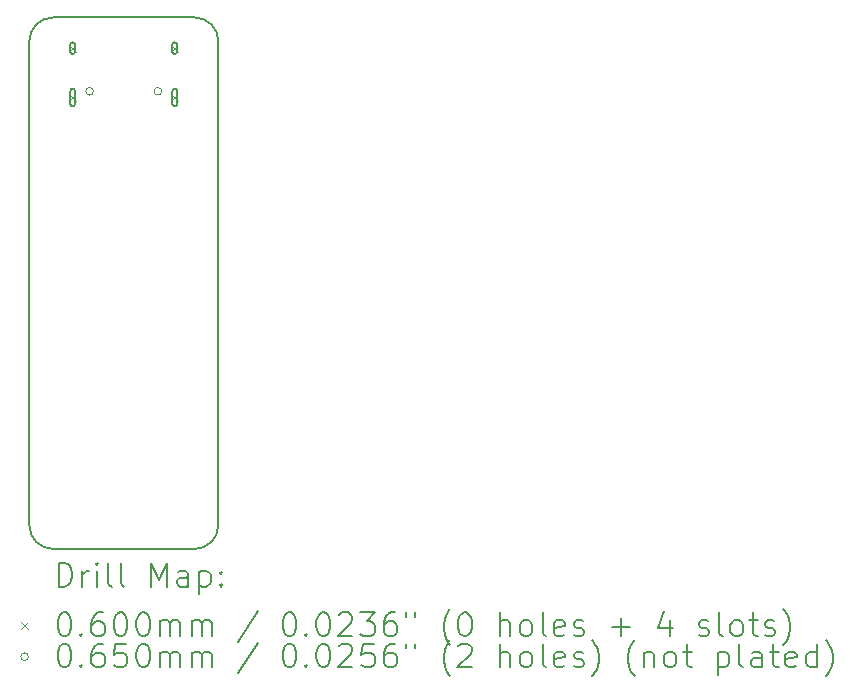
<source format=gbr>
%FSLAX45Y45*%
G04 Gerber Fmt 4.5, Leading zero omitted, Abs format (unit mm)*
G04 Created by KiCad (PCBNEW (5.99.0-13283-gf5fc9fa11f)) date 2021-11-15 23:56:03*
%MOMM*%
%LPD*%
G01*
G04 APERTURE LIST*
%TA.AperFunction,Profile*%
%ADD10C,0.150000*%
%TD*%
%ADD11C,0.200000*%
%ADD12C,0.060000*%
%ADD13C,0.065000*%
G04 APERTURE END LIST*
D10*
X1400000Y0D02*
X200000Y0D01*
X0Y200000D02*
X0Y4300000D01*
X1400000Y4500000D02*
X200000Y4500000D01*
X1600000Y200000D02*
X1600000Y4300000D01*
X200000Y4500000D02*
G75*
G03*
X0Y4300000I0J-200000D01*
G01*
X1600000Y4300000D02*
G75*
G03*
X1400000Y4500000I-200000J0D01*
G01*
X0Y200000D02*
G75*
G03*
X200000Y0I200000J0D01*
G01*
X1400000Y0D02*
G75*
G03*
X1600000Y200000I0J200000D01*
G01*
D11*
D12*
X338000Y4270000D02*
X398000Y4210000D01*
X398000Y4270000D02*
X338000Y4210000D01*
D11*
X388000Y4210000D02*
X388000Y4270000D01*
X348000Y4210000D02*
X348000Y4270000D01*
X388000Y4270000D02*
G75*
G03*
X348000Y4270000I-20000J0D01*
G01*
X348000Y4210000D02*
G75*
G03*
X388000Y4210000I20000J0D01*
G01*
D12*
X338000Y3852000D02*
X398000Y3792000D01*
X398000Y3852000D02*
X338000Y3792000D01*
D11*
X388000Y3767000D02*
X388000Y3877000D01*
X348000Y3767000D02*
X348000Y3877000D01*
X388000Y3877000D02*
G75*
G03*
X348000Y3877000I-20000J0D01*
G01*
X348000Y3767000D02*
G75*
G03*
X388000Y3767000I20000J0D01*
G01*
D12*
X1202000Y4270000D02*
X1262000Y4210000D01*
X1262000Y4270000D02*
X1202000Y4210000D01*
D11*
X1252000Y4210000D02*
X1252000Y4270000D01*
X1212000Y4210000D02*
X1212000Y4270000D01*
X1252000Y4270000D02*
G75*
G03*
X1212000Y4270000I-20000J0D01*
G01*
X1212000Y4210000D02*
G75*
G03*
X1252000Y4210000I20000J0D01*
G01*
D12*
X1202000Y3852000D02*
X1262000Y3792000D01*
X1262000Y3852000D02*
X1202000Y3792000D01*
D11*
X1252000Y3767000D02*
X1252000Y3877000D01*
X1212000Y3767000D02*
X1212000Y3877000D01*
X1252000Y3877000D02*
G75*
G03*
X1212000Y3877000I-20000J0D01*
G01*
X1212000Y3767000D02*
G75*
G03*
X1252000Y3767000I20000J0D01*
G01*
D13*
X543500Y3875000D02*
G75*
G03*
X543500Y3875000I-32500J0D01*
G01*
X1121500Y3875000D02*
G75*
G03*
X1121500Y3875000I-32500J0D01*
G01*
D11*
X250119Y-317976D02*
X250119Y-117976D01*
X297738Y-117976D01*
X326310Y-127500D01*
X345357Y-146548D01*
X354881Y-165595D01*
X364405Y-203690D01*
X364405Y-232262D01*
X354881Y-270357D01*
X345357Y-289405D01*
X326310Y-308452D01*
X297738Y-317976D01*
X250119Y-317976D01*
X450119Y-317976D02*
X450119Y-184643D01*
X450119Y-222738D02*
X459643Y-203690D01*
X469167Y-194167D01*
X488214Y-184643D01*
X507262Y-184643D01*
X573929Y-317976D02*
X573929Y-184643D01*
X573929Y-117976D02*
X564405Y-127500D01*
X573929Y-137024D01*
X583452Y-127500D01*
X573929Y-117976D01*
X573929Y-137024D01*
X697738Y-317976D02*
X678690Y-308452D01*
X669167Y-289405D01*
X669167Y-117976D01*
X802500Y-317976D02*
X783452Y-308452D01*
X773928Y-289405D01*
X773928Y-117976D01*
X1031071Y-317976D02*
X1031071Y-117976D01*
X1097738Y-260833D01*
X1164405Y-117976D01*
X1164405Y-317976D01*
X1345357Y-317976D02*
X1345357Y-213214D01*
X1335833Y-194167D01*
X1316786Y-184643D01*
X1278690Y-184643D01*
X1259643Y-194167D01*
X1345357Y-308452D02*
X1326310Y-317976D01*
X1278690Y-317976D01*
X1259643Y-308452D01*
X1250119Y-289405D01*
X1250119Y-270357D01*
X1259643Y-251309D01*
X1278690Y-241786D01*
X1326310Y-241786D01*
X1345357Y-232262D01*
X1440595Y-184643D02*
X1440595Y-384643D01*
X1440595Y-194167D02*
X1459643Y-184643D01*
X1497738Y-184643D01*
X1516786Y-194167D01*
X1526309Y-203690D01*
X1535833Y-222738D01*
X1535833Y-279881D01*
X1526309Y-298929D01*
X1516786Y-308452D01*
X1497738Y-317976D01*
X1459643Y-317976D01*
X1440595Y-308452D01*
X1621548Y-298929D02*
X1631071Y-308452D01*
X1621548Y-317976D01*
X1612024Y-308452D01*
X1621548Y-298929D01*
X1621548Y-317976D01*
X1621548Y-194167D02*
X1631071Y-203690D01*
X1621548Y-213214D01*
X1612024Y-203690D01*
X1621548Y-194167D01*
X1621548Y-213214D01*
D12*
X-67500Y-617500D02*
X-7500Y-677500D01*
X-7500Y-617500D02*
X-67500Y-677500D01*
D11*
X288214Y-537976D02*
X307262Y-537976D01*
X326310Y-547500D01*
X335833Y-557024D01*
X345357Y-576071D01*
X354881Y-614167D01*
X354881Y-661786D01*
X345357Y-699881D01*
X335833Y-718928D01*
X326310Y-728452D01*
X307262Y-737976D01*
X288214Y-737976D01*
X269167Y-728452D01*
X259643Y-718928D01*
X250119Y-699881D01*
X240595Y-661786D01*
X240595Y-614167D01*
X250119Y-576071D01*
X259643Y-557024D01*
X269167Y-547500D01*
X288214Y-537976D01*
X440595Y-718928D02*
X450119Y-728452D01*
X440595Y-737976D01*
X431071Y-728452D01*
X440595Y-718928D01*
X440595Y-737976D01*
X621548Y-537976D02*
X583452Y-537976D01*
X564405Y-547500D01*
X554881Y-557024D01*
X535833Y-585595D01*
X526310Y-623690D01*
X526310Y-699881D01*
X535833Y-718928D01*
X545357Y-728452D01*
X564405Y-737976D01*
X602500Y-737976D01*
X621548Y-728452D01*
X631071Y-718928D01*
X640595Y-699881D01*
X640595Y-652262D01*
X631071Y-633214D01*
X621548Y-623690D01*
X602500Y-614167D01*
X564405Y-614167D01*
X545357Y-623690D01*
X535833Y-633214D01*
X526310Y-652262D01*
X764405Y-537976D02*
X783452Y-537976D01*
X802500Y-547500D01*
X812024Y-557024D01*
X821548Y-576071D01*
X831071Y-614167D01*
X831071Y-661786D01*
X821548Y-699881D01*
X812024Y-718928D01*
X802500Y-728452D01*
X783452Y-737976D01*
X764405Y-737976D01*
X745357Y-728452D01*
X735833Y-718928D01*
X726309Y-699881D01*
X716786Y-661786D01*
X716786Y-614167D01*
X726309Y-576071D01*
X735833Y-557024D01*
X745357Y-547500D01*
X764405Y-537976D01*
X954881Y-537976D02*
X973928Y-537976D01*
X992976Y-547500D01*
X1002500Y-557024D01*
X1012024Y-576071D01*
X1021548Y-614167D01*
X1021548Y-661786D01*
X1012024Y-699881D01*
X1002500Y-718928D01*
X992976Y-728452D01*
X973928Y-737976D01*
X954881Y-737976D01*
X935833Y-728452D01*
X926309Y-718928D01*
X916786Y-699881D01*
X907262Y-661786D01*
X907262Y-614167D01*
X916786Y-576071D01*
X926309Y-557024D01*
X935833Y-547500D01*
X954881Y-537976D01*
X1107262Y-737976D02*
X1107262Y-604643D01*
X1107262Y-623690D02*
X1116786Y-614167D01*
X1135833Y-604643D01*
X1164405Y-604643D01*
X1183452Y-614167D01*
X1192976Y-633214D01*
X1192976Y-737976D01*
X1192976Y-633214D02*
X1202500Y-614167D01*
X1221548Y-604643D01*
X1250119Y-604643D01*
X1269167Y-614167D01*
X1278690Y-633214D01*
X1278690Y-737976D01*
X1373929Y-737976D02*
X1373929Y-604643D01*
X1373929Y-623690D02*
X1383452Y-614167D01*
X1402500Y-604643D01*
X1431071Y-604643D01*
X1450119Y-614167D01*
X1459643Y-633214D01*
X1459643Y-737976D01*
X1459643Y-633214D02*
X1469167Y-614167D01*
X1488214Y-604643D01*
X1516786Y-604643D01*
X1535833Y-614167D01*
X1545357Y-633214D01*
X1545357Y-737976D01*
X1935833Y-528452D02*
X1764405Y-785595D01*
X2192976Y-537976D02*
X2212024Y-537976D01*
X2231071Y-547500D01*
X2240595Y-557024D01*
X2250119Y-576071D01*
X2259643Y-614167D01*
X2259643Y-661786D01*
X2250119Y-699881D01*
X2240595Y-718928D01*
X2231071Y-728452D01*
X2212024Y-737976D01*
X2192976Y-737976D01*
X2173929Y-728452D01*
X2164405Y-718928D01*
X2154881Y-699881D01*
X2145357Y-661786D01*
X2145357Y-614167D01*
X2154881Y-576071D01*
X2164405Y-557024D01*
X2173929Y-547500D01*
X2192976Y-537976D01*
X2345357Y-718928D02*
X2354881Y-728452D01*
X2345357Y-737976D01*
X2335833Y-728452D01*
X2345357Y-718928D01*
X2345357Y-737976D01*
X2478690Y-537976D02*
X2497738Y-537976D01*
X2516786Y-547500D01*
X2526310Y-557024D01*
X2535833Y-576071D01*
X2545357Y-614167D01*
X2545357Y-661786D01*
X2535833Y-699881D01*
X2526310Y-718928D01*
X2516786Y-728452D01*
X2497738Y-737976D01*
X2478690Y-737976D01*
X2459643Y-728452D01*
X2450119Y-718928D01*
X2440595Y-699881D01*
X2431071Y-661786D01*
X2431071Y-614167D01*
X2440595Y-576071D01*
X2450119Y-557024D01*
X2459643Y-547500D01*
X2478690Y-537976D01*
X2621548Y-557024D02*
X2631071Y-547500D01*
X2650119Y-537976D01*
X2697738Y-537976D01*
X2716786Y-547500D01*
X2726310Y-557024D01*
X2735833Y-576071D01*
X2735833Y-595119D01*
X2726310Y-623690D01*
X2612024Y-737976D01*
X2735833Y-737976D01*
X2802500Y-537976D02*
X2926309Y-537976D01*
X2859643Y-614167D01*
X2888214Y-614167D01*
X2907262Y-623690D01*
X2916786Y-633214D01*
X2926309Y-652262D01*
X2926309Y-699881D01*
X2916786Y-718928D01*
X2907262Y-728452D01*
X2888214Y-737976D01*
X2831071Y-737976D01*
X2812024Y-728452D01*
X2802500Y-718928D01*
X3097738Y-537976D02*
X3059643Y-537976D01*
X3040595Y-547500D01*
X3031071Y-557024D01*
X3012024Y-585595D01*
X3002500Y-623690D01*
X3002500Y-699881D01*
X3012024Y-718928D01*
X3021548Y-728452D01*
X3040595Y-737976D01*
X3078690Y-737976D01*
X3097738Y-728452D01*
X3107262Y-718928D01*
X3116786Y-699881D01*
X3116786Y-652262D01*
X3107262Y-633214D01*
X3097738Y-623690D01*
X3078690Y-614167D01*
X3040595Y-614167D01*
X3021548Y-623690D01*
X3012024Y-633214D01*
X3002500Y-652262D01*
X3192976Y-537976D02*
X3192976Y-576071D01*
X3269167Y-537976D02*
X3269167Y-576071D01*
X3564405Y-814167D02*
X3554881Y-804643D01*
X3535833Y-776071D01*
X3526309Y-757024D01*
X3516786Y-728452D01*
X3507262Y-680833D01*
X3507262Y-642738D01*
X3516786Y-595119D01*
X3526309Y-566548D01*
X3535833Y-547500D01*
X3554881Y-518928D01*
X3564405Y-509405D01*
X3678690Y-537976D02*
X3697738Y-537976D01*
X3716786Y-547500D01*
X3726309Y-557024D01*
X3735833Y-576071D01*
X3745357Y-614167D01*
X3745357Y-661786D01*
X3735833Y-699881D01*
X3726309Y-718928D01*
X3716786Y-728452D01*
X3697738Y-737976D01*
X3678690Y-737976D01*
X3659643Y-728452D01*
X3650119Y-718928D01*
X3640595Y-699881D01*
X3631071Y-661786D01*
X3631071Y-614167D01*
X3640595Y-576071D01*
X3650119Y-557024D01*
X3659643Y-547500D01*
X3678690Y-537976D01*
X3983452Y-737976D02*
X3983452Y-537976D01*
X4069167Y-737976D02*
X4069167Y-633214D01*
X4059643Y-614167D01*
X4040595Y-604643D01*
X4012024Y-604643D01*
X3992976Y-614167D01*
X3983452Y-623690D01*
X4192976Y-737976D02*
X4173928Y-728452D01*
X4164405Y-718928D01*
X4154881Y-699881D01*
X4154881Y-642738D01*
X4164405Y-623690D01*
X4173928Y-614167D01*
X4192976Y-604643D01*
X4221548Y-604643D01*
X4240595Y-614167D01*
X4250119Y-623690D01*
X4259643Y-642738D01*
X4259643Y-699881D01*
X4250119Y-718928D01*
X4240595Y-728452D01*
X4221548Y-737976D01*
X4192976Y-737976D01*
X4373929Y-737976D02*
X4354881Y-728452D01*
X4345357Y-709405D01*
X4345357Y-537976D01*
X4526310Y-728452D02*
X4507262Y-737976D01*
X4469167Y-737976D01*
X4450119Y-728452D01*
X4440595Y-709405D01*
X4440595Y-633214D01*
X4450119Y-614167D01*
X4469167Y-604643D01*
X4507262Y-604643D01*
X4526310Y-614167D01*
X4535833Y-633214D01*
X4535833Y-652262D01*
X4440595Y-671310D01*
X4612024Y-728452D02*
X4631071Y-737976D01*
X4669167Y-737976D01*
X4688214Y-728452D01*
X4697738Y-709405D01*
X4697738Y-699881D01*
X4688214Y-680833D01*
X4669167Y-671310D01*
X4640595Y-671310D01*
X4621548Y-661786D01*
X4612024Y-642738D01*
X4612024Y-633214D01*
X4621548Y-614167D01*
X4640595Y-604643D01*
X4669167Y-604643D01*
X4688214Y-614167D01*
X4935833Y-661786D02*
X5088214Y-661786D01*
X5012024Y-737976D02*
X5012024Y-585595D01*
X5421548Y-604643D02*
X5421548Y-737976D01*
X5373929Y-528452D02*
X5326310Y-671310D01*
X5450119Y-671310D01*
X5669167Y-728452D02*
X5688214Y-737976D01*
X5726309Y-737976D01*
X5745357Y-728452D01*
X5754881Y-709405D01*
X5754881Y-699881D01*
X5745357Y-680833D01*
X5726309Y-671310D01*
X5697738Y-671310D01*
X5678690Y-661786D01*
X5669167Y-642738D01*
X5669167Y-633214D01*
X5678690Y-614167D01*
X5697738Y-604643D01*
X5726309Y-604643D01*
X5745357Y-614167D01*
X5869167Y-737976D02*
X5850119Y-728452D01*
X5840595Y-709405D01*
X5840595Y-537976D01*
X5973928Y-737976D02*
X5954881Y-728452D01*
X5945357Y-718928D01*
X5935833Y-699881D01*
X5935833Y-642738D01*
X5945357Y-623690D01*
X5954881Y-614167D01*
X5973928Y-604643D01*
X6002500Y-604643D01*
X6021548Y-614167D01*
X6031071Y-623690D01*
X6040595Y-642738D01*
X6040595Y-699881D01*
X6031071Y-718928D01*
X6021548Y-728452D01*
X6002500Y-737976D01*
X5973928Y-737976D01*
X6097738Y-604643D02*
X6173928Y-604643D01*
X6126309Y-537976D02*
X6126309Y-709405D01*
X6135833Y-728452D01*
X6154881Y-737976D01*
X6173928Y-737976D01*
X6231071Y-728452D02*
X6250119Y-737976D01*
X6288214Y-737976D01*
X6307262Y-728452D01*
X6316786Y-709405D01*
X6316786Y-699881D01*
X6307262Y-680833D01*
X6288214Y-671310D01*
X6259643Y-671310D01*
X6240595Y-661786D01*
X6231071Y-642738D01*
X6231071Y-633214D01*
X6240595Y-614167D01*
X6259643Y-604643D01*
X6288214Y-604643D01*
X6307262Y-614167D01*
X6383452Y-814167D02*
X6392976Y-804643D01*
X6412024Y-776071D01*
X6421548Y-757024D01*
X6431071Y-728452D01*
X6440595Y-680833D01*
X6440595Y-642738D01*
X6431071Y-595119D01*
X6421548Y-566548D01*
X6412024Y-547500D01*
X6392976Y-518928D01*
X6383452Y-509405D01*
D13*
X-7500Y-911500D02*
G75*
G03*
X-7500Y-911500I-32500J0D01*
G01*
D11*
X288214Y-801976D02*
X307262Y-801976D01*
X326310Y-811500D01*
X335833Y-821024D01*
X345357Y-840071D01*
X354881Y-878167D01*
X354881Y-925786D01*
X345357Y-963881D01*
X335833Y-982928D01*
X326310Y-992452D01*
X307262Y-1001976D01*
X288214Y-1001976D01*
X269167Y-992452D01*
X259643Y-982928D01*
X250119Y-963881D01*
X240595Y-925786D01*
X240595Y-878167D01*
X250119Y-840071D01*
X259643Y-821024D01*
X269167Y-811500D01*
X288214Y-801976D01*
X440595Y-982928D02*
X450119Y-992452D01*
X440595Y-1001976D01*
X431071Y-992452D01*
X440595Y-982928D01*
X440595Y-1001976D01*
X621548Y-801976D02*
X583452Y-801976D01*
X564405Y-811500D01*
X554881Y-821024D01*
X535833Y-849595D01*
X526310Y-887690D01*
X526310Y-963881D01*
X535833Y-982928D01*
X545357Y-992452D01*
X564405Y-1001976D01*
X602500Y-1001976D01*
X621548Y-992452D01*
X631071Y-982928D01*
X640595Y-963881D01*
X640595Y-916262D01*
X631071Y-897214D01*
X621548Y-887690D01*
X602500Y-878167D01*
X564405Y-878167D01*
X545357Y-887690D01*
X535833Y-897214D01*
X526310Y-916262D01*
X821548Y-801976D02*
X726309Y-801976D01*
X716786Y-897214D01*
X726309Y-887690D01*
X745357Y-878167D01*
X792976Y-878167D01*
X812024Y-887690D01*
X821548Y-897214D01*
X831071Y-916262D01*
X831071Y-963881D01*
X821548Y-982928D01*
X812024Y-992452D01*
X792976Y-1001976D01*
X745357Y-1001976D01*
X726309Y-992452D01*
X716786Y-982928D01*
X954881Y-801976D02*
X973928Y-801976D01*
X992976Y-811500D01*
X1002500Y-821024D01*
X1012024Y-840071D01*
X1021548Y-878167D01*
X1021548Y-925786D01*
X1012024Y-963881D01*
X1002500Y-982928D01*
X992976Y-992452D01*
X973928Y-1001976D01*
X954881Y-1001976D01*
X935833Y-992452D01*
X926309Y-982928D01*
X916786Y-963881D01*
X907262Y-925786D01*
X907262Y-878167D01*
X916786Y-840071D01*
X926309Y-821024D01*
X935833Y-811500D01*
X954881Y-801976D01*
X1107262Y-1001976D02*
X1107262Y-868643D01*
X1107262Y-887690D02*
X1116786Y-878167D01*
X1135833Y-868643D01*
X1164405Y-868643D01*
X1183452Y-878167D01*
X1192976Y-897214D01*
X1192976Y-1001976D01*
X1192976Y-897214D02*
X1202500Y-878167D01*
X1221548Y-868643D01*
X1250119Y-868643D01*
X1269167Y-878167D01*
X1278690Y-897214D01*
X1278690Y-1001976D01*
X1373929Y-1001976D02*
X1373929Y-868643D01*
X1373929Y-887690D02*
X1383452Y-878167D01*
X1402500Y-868643D01*
X1431071Y-868643D01*
X1450119Y-878167D01*
X1459643Y-897214D01*
X1459643Y-1001976D01*
X1459643Y-897214D02*
X1469167Y-878167D01*
X1488214Y-868643D01*
X1516786Y-868643D01*
X1535833Y-878167D01*
X1545357Y-897214D01*
X1545357Y-1001976D01*
X1935833Y-792452D02*
X1764405Y-1049595D01*
X2192976Y-801976D02*
X2212024Y-801976D01*
X2231071Y-811500D01*
X2240595Y-821024D01*
X2250119Y-840071D01*
X2259643Y-878167D01*
X2259643Y-925786D01*
X2250119Y-963881D01*
X2240595Y-982928D01*
X2231071Y-992452D01*
X2212024Y-1001976D01*
X2192976Y-1001976D01*
X2173929Y-992452D01*
X2164405Y-982928D01*
X2154881Y-963881D01*
X2145357Y-925786D01*
X2145357Y-878167D01*
X2154881Y-840071D01*
X2164405Y-821024D01*
X2173929Y-811500D01*
X2192976Y-801976D01*
X2345357Y-982928D02*
X2354881Y-992452D01*
X2345357Y-1001976D01*
X2335833Y-992452D01*
X2345357Y-982928D01*
X2345357Y-1001976D01*
X2478690Y-801976D02*
X2497738Y-801976D01*
X2516786Y-811500D01*
X2526310Y-821024D01*
X2535833Y-840071D01*
X2545357Y-878167D01*
X2545357Y-925786D01*
X2535833Y-963881D01*
X2526310Y-982928D01*
X2516786Y-992452D01*
X2497738Y-1001976D01*
X2478690Y-1001976D01*
X2459643Y-992452D01*
X2450119Y-982928D01*
X2440595Y-963881D01*
X2431071Y-925786D01*
X2431071Y-878167D01*
X2440595Y-840071D01*
X2450119Y-821024D01*
X2459643Y-811500D01*
X2478690Y-801976D01*
X2621548Y-821024D02*
X2631071Y-811500D01*
X2650119Y-801976D01*
X2697738Y-801976D01*
X2716786Y-811500D01*
X2726310Y-821024D01*
X2735833Y-840071D01*
X2735833Y-859119D01*
X2726310Y-887690D01*
X2612024Y-1001976D01*
X2735833Y-1001976D01*
X2916786Y-801976D02*
X2821548Y-801976D01*
X2812024Y-897214D01*
X2821548Y-887690D01*
X2840595Y-878167D01*
X2888214Y-878167D01*
X2907262Y-887690D01*
X2916786Y-897214D01*
X2926309Y-916262D01*
X2926309Y-963881D01*
X2916786Y-982928D01*
X2907262Y-992452D01*
X2888214Y-1001976D01*
X2840595Y-1001976D01*
X2821548Y-992452D01*
X2812024Y-982928D01*
X3097738Y-801976D02*
X3059643Y-801976D01*
X3040595Y-811500D01*
X3031071Y-821024D01*
X3012024Y-849595D01*
X3002500Y-887690D01*
X3002500Y-963881D01*
X3012024Y-982928D01*
X3021548Y-992452D01*
X3040595Y-1001976D01*
X3078690Y-1001976D01*
X3097738Y-992452D01*
X3107262Y-982928D01*
X3116786Y-963881D01*
X3116786Y-916262D01*
X3107262Y-897214D01*
X3097738Y-887690D01*
X3078690Y-878167D01*
X3040595Y-878167D01*
X3021548Y-887690D01*
X3012024Y-897214D01*
X3002500Y-916262D01*
X3192976Y-801976D02*
X3192976Y-840071D01*
X3269167Y-801976D02*
X3269167Y-840071D01*
X3564405Y-1078167D02*
X3554881Y-1068643D01*
X3535833Y-1040071D01*
X3526309Y-1021024D01*
X3516786Y-992452D01*
X3507262Y-944833D01*
X3507262Y-906738D01*
X3516786Y-859119D01*
X3526309Y-830548D01*
X3535833Y-811500D01*
X3554881Y-782928D01*
X3564405Y-773405D01*
X3631071Y-821024D02*
X3640595Y-811500D01*
X3659643Y-801976D01*
X3707262Y-801976D01*
X3726309Y-811500D01*
X3735833Y-821024D01*
X3745357Y-840071D01*
X3745357Y-859119D01*
X3735833Y-887690D01*
X3621548Y-1001976D01*
X3745357Y-1001976D01*
X3983452Y-1001976D02*
X3983452Y-801976D01*
X4069167Y-1001976D02*
X4069167Y-897214D01*
X4059643Y-878167D01*
X4040595Y-868643D01*
X4012024Y-868643D01*
X3992976Y-878167D01*
X3983452Y-887690D01*
X4192976Y-1001976D02*
X4173928Y-992452D01*
X4164405Y-982928D01*
X4154881Y-963881D01*
X4154881Y-906738D01*
X4164405Y-887690D01*
X4173928Y-878167D01*
X4192976Y-868643D01*
X4221548Y-868643D01*
X4240595Y-878167D01*
X4250119Y-887690D01*
X4259643Y-906738D01*
X4259643Y-963881D01*
X4250119Y-982928D01*
X4240595Y-992452D01*
X4221548Y-1001976D01*
X4192976Y-1001976D01*
X4373929Y-1001976D02*
X4354881Y-992452D01*
X4345357Y-973405D01*
X4345357Y-801976D01*
X4526310Y-992452D02*
X4507262Y-1001976D01*
X4469167Y-1001976D01*
X4450119Y-992452D01*
X4440595Y-973405D01*
X4440595Y-897214D01*
X4450119Y-878167D01*
X4469167Y-868643D01*
X4507262Y-868643D01*
X4526310Y-878167D01*
X4535833Y-897214D01*
X4535833Y-916262D01*
X4440595Y-935309D01*
X4612024Y-992452D02*
X4631071Y-1001976D01*
X4669167Y-1001976D01*
X4688214Y-992452D01*
X4697738Y-973405D01*
X4697738Y-963881D01*
X4688214Y-944833D01*
X4669167Y-935309D01*
X4640595Y-935309D01*
X4621548Y-925786D01*
X4612024Y-906738D01*
X4612024Y-897214D01*
X4621548Y-878167D01*
X4640595Y-868643D01*
X4669167Y-868643D01*
X4688214Y-878167D01*
X4764405Y-1078167D02*
X4773929Y-1068643D01*
X4792976Y-1040071D01*
X4802500Y-1021024D01*
X4812024Y-992452D01*
X4821548Y-944833D01*
X4821548Y-906738D01*
X4812024Y-859119D01*
X4802500Y-830548D01*
X4792976Y-811500D01*
X4773929Y-782928D01*
X4764405Y-773405D01*
X5126310Y-1078167D02*
X5116786Y-1068643D01*
X5097738Y-1040071D01*
X5088214Y-1021024D01*
X5078690Y-992452D01*
X5069167Y-944833D01*
X5069167Y-906738D01*
X5078690Y-859119D01*
X5088214Y-830548D01*
X5097738Y-811500D01*
X5116786Y-782928D01*
X5126310Y-773405D01*
X5202500Y-868643D02*
X5202500Y-1001976D01*
X5202500Y-887690D02*
X5212024Y-878167D01*
X5231071Y-868643D01*
X5259643Y-868643D01*
X5278690Y-878167D01*
X5288214Y-897214D01*
X5288214Y-1001976D01*
X5412024Y-1001976D02*
X5392976Y-992452D01*
X5383452Y-982928D01*
X5373929Y-963881D01*
X5373929Y-906738D01*
X5383452Y-887690D01*
X5392976Y-878167D01*
X5412024Y-868643D01*
X5440595Y-868643D01*
X5459643Y-878167D01*
X5469167Y-887690D01*
X5478690Y-906738D01*
X5478690Y-963881D01*
X5469167Y-982928D01*
X5459643Y-992452D01*
X5440595Y-1001976D01*
X5412024Y-1001976D01*
X5535833Y-868643D02*
X5612024Y-868643D01*
X5564405Y-801976D02*
X5564405Y-973405D01*
X5573929Y-992452D01*
X5592976Y-1001976D01*
X5612024Y-1001976D01*
X5831071Y-868643D02*
X5831071Y-1068643D01*
X5831071Y-878167D02*
X5850119Y-868643D01*
X5888214Y-868643D01*
X5907262Y-878167D01*
X5916786Y-887690D01*
X5926309Y-906738D01*
X5926309Y-963881D01*
X5916786Y-982928D01*
X5907262Y-992452D01*
X5888214Y-1001976D01*
X5850119Y-1001976D01*
X5831071Y-992452D01*
X6040595Y-1001976D02*
X6021548Y-992452D01*
X6012024Y-973405D01*
X6012024Y-801976D01*
X6202500Y-1001976D02*
X6202500Y-897214D01*
X6192976Y-878167D01*
X6173928Y-868643D01*
X6135833Y-868643D01*
X6116786Y-878167D01*
X6202500Y-992452D02*
X6183452Y-1001976D01*
X6135833Y-1001976D01*
X6116786Y-992452D01*
X6107262Y-973405D01*
X6107262Y-954357D01*
X6116786Y-935309D01*
X6135833Y-925786D01*
X6183452Y-925786D01*
X6202500Y-916262D01*
X6269167Y-868643D02*
X6345357Y-868643D01*
X6297738Y-801976D02*
X6297738Y-973405D01*
X6307262Y-992452D01*
X6326309Y-1001976D01*
X6345357Y-1001976D01*
X6488214Y-992452D02*
X6469167Y-1001976D01*
X6431071Y-1001976D01*
X6412024Y-992452D01*
X6402500Y-973405D01*
X6402500Y-897214D01*
X6412024Y-878167D01*
X6431071Y-868643D01*
X6469167Y-868643D01*
X6488214Y-878167D01*
X6497738Y-897214D01*
X6497738Y-916262D01*
X6402500Y-935309D01*
X6669167Y-1001976D02*
X6669167Y-801976D01*
X6669167Y-992452D02*
X6650119Y-1001976D01*
X6612024Y-1001976D01*
X6592976Y-992452D01*
X6583452Y-982928D01*
X6573928Y-963881D01*
X6573928Y-906738D01*
X6583452Y-887690D01*
X6592976Y-878167D01*
X6612024Y-868643D01*
X6650119Y-868643D01*
X6669167Y-878167D01*
X6745357Y-1078167D02*
X6754881Y-1068643D01*
X6773928Y-1040071D01*
X6783452Y-1021024D01*
X6792976Y-992452D01*
X6802500Y-944833D01*
X6802500Y-906738D01*
X6792976Y-859119D01*
X6783452Y-830548D01*
X6773928Y-811500D01*
X6754881Y-782928D01*
X6745357Y-773405D01*
M02*

</source>
